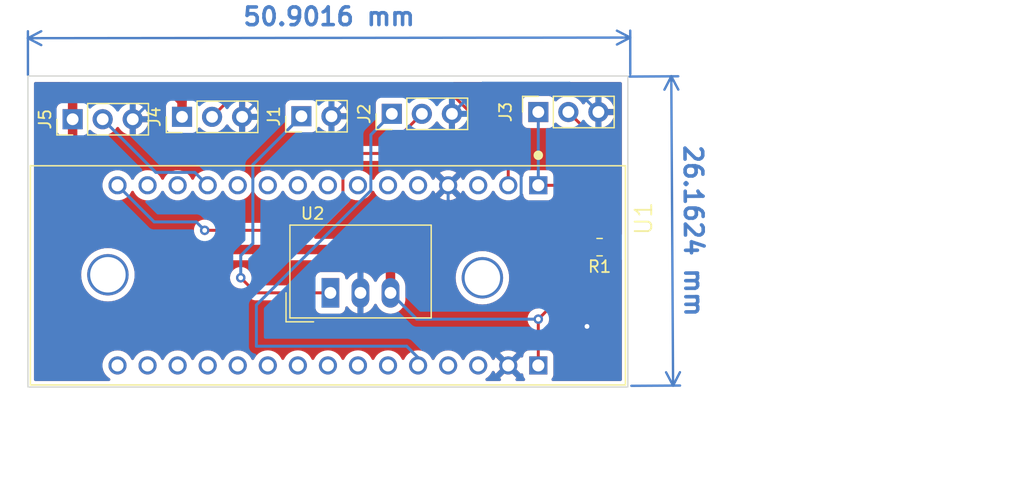
<source format=kicad_pcb>
(kicad_pcb (version 20211014) (generator pcbnew)
  (layers (0 "F.Cu" signal) (31 "B.Cu" signal) (34 "B.Paste" user) (35 "F.Paste" user) (36 "B.SilkS" user "B.Silkscreen") (37 "F.SilkS" user "F.Silkscreen") (38 "B.Mask" user) (39 "F.Mask" user) (44 "Edge.Cuts" user))
  (net 0 "")
  (net 1 "/alimentation_entrée")
  (net 2 "GND")
  (net 3 "/liaison_usart_tx")
  (net 4 "/liaison_usart_rx")
  (net 5 "Net-(J3-Pad1)")
  (net 6 "/alimentation_sortie")
  (net 10 "/PWM_2")
  (net 24 "/PWM_1")
  (footprint "NUCLEO-F303K8:MODULE_NUCLEO-F303K8" (layer "F.Cu") (at 139.7 81.28 -90)
    (fp_text reference "U1" (at -4.81314 -26.68421 90) (layer "F.SilkS") (effects (font (size 1.402378 1.402378))))
    (fp_text value "NUCLEO-F303K8")
    (fp_line (start -9.27 -25.145) (end 9.27 -25.145) (layer "F.SilkS") (width 0.127))
    (fp_line (start 9.27 -25.145) (end 9.27 25.145) (layer "F.SilkS") (width 0.127))
    (fp_line (start -9.27 25.145) (end -9.27 -25.145) (layer "F.SilkS") (width 0.127))
    (fp_line (start 9.27 25.145) (end -9.27 25.145) (layer "F.SilkS") (width 0.127))
    (fp_circle (center -10.16 -17.78) (end -9.96 -17.78) (layer "F.SilkS") (width 0.4) (fill none))
    (pad "3_1" thru_hole rect locked (at -7.62 -17.78 270) (size 1.53 1.53) (drill 1.02) (layers *.Cu *.Mask) (net 5 "Net-(J3-Pad1)"))
    (pad "3_2" thru_hole circle locked (at -7.62 -15.24 270) (size 1.53 1.53) (drill 1.02) (layers *.Cu *.Mask) (net 10 "/PWM_2"))
    (pad "3_3" thru_hole circle locked (at -7.62 -12.7 270) (size 1.53 1.53) (drill 1.02) (layers *.Cu *.Mask))
    (pad "3_4" thru_hole circle locked (at -7.62 -10.16 270) (size 1.53 1.53) (drill 1.02) (layers *.Cu *.Mask) (net 2 "GND"))
    (pad "3_5" thru_hole circle locked (at -7.62 -7.62 270) (size 1.53 1.53) (drill 1.02) (layers *.Cu *.Mask))
    (pad "3_6" thru_hole circle locked (at -7.62 -5.08 270) (size 1.53 1.53) (drill 1.02) (layers *.Cu *.Mask))
    (pad "3_7" thru_hole circle locked (at -7.62 -2.54 270) (size 1.53 1.53) (drill 1.02) (layers *.Cu *.Mask))
    (pad "3_8" thru_hole circle locked (at -7.62 0 270) (size 1.53 1.53) (drill 1.02) (layers *.Cu *.Mask))
    (pad "3_9" thru_hole circle locked (at -7.62 2.54 270) (size 1.53 1.53) (drill 1.02) (layers *.Cu *.Mask))
    (pad "3_10" thru_hole circle locked (at -7.62 5.08 270) (size 1.53 1.53) (drill 1.02) (layers *.Cu *.Mask))
    (pad "3_11" thru_hole circle locked (at -7.62 7.62 270) (size 1.53 1.53) (drill 1.02) (layers *.Cu *.Mask))
    (pad "3_12" thru_hole circle locked (at -7.62 10.16 270) (size 1.53 1.53) (drill 1.02) (layers *.Cu *.Mask) (net 24 "/PWM_1"))
    (pad "3_13" thru_hole circle locked (at -7.62 12.7 270) (size 1.53 1.53) (drill 1.02) (layers *.Cu *.Mask))
    (pad "3_14" thru_hole circle locked (at -7.62 15.24 270) (size 1.53 1.53) (drill 1.02) (layers *.Cu *.Mask))
    (pad "3_15" thru_hole circle locked (at -7.62 17.78 270) (size 1.53 1.53) (drill 1.02) (layers *.Cu *.Mask) (net 4 "/liaison_usart_rx"))
    (pad "4_1" thru_hole rect locked (at 7.62 -17.78 270) (size 1.53 1.53) (drill 1.02) (layers *.Cu *.Mask) (net 6 "/alimentation_sortie"))
    (pad "4_2" thru_hole circle locked (at 7.62 -15.24 270) (size 1.53 1.53) (drill 1.02) (layers *.Cu *.Mask) (net 2 "GND"))
    (pad "4_3" thru_hole circle locked (at 7.62 -12.7 270) (size 1.53 1.53) (drill 1.02) (layers *.Cu *.Mask))
    (pad "4_4" thru_hole circle locked (at 7.62 -10.16 270) (size 1.53 1.53) (drill 1.02) (layers *.Cu *.Mask))
    (pad "4_5" thru_hole circle locked (at 7.62 -7.62 270) (size 1.53 1.53) (drill 1.02) (layers *.Cu *.Mask) (net 3 "/liaison_usart_tx"))
    (pad "4_6" thru_hole circle locked (at 7.62 -5.08 270) (size 1.53 1.53) (drill 1.02) (layers *.Cu *.Mask))
    (pad "4_7" thru_hole circle locked (at 7.62 -2.54 270) (size 1.53 1.53) (drill 1.02) (layers *.Cu *.Mask))
    (pad "4_8" thru_hole circle locked (at 7.62 0 270) (size 1.53 1.53) (drill 1.02) (layers *.Cu *.Mask))
    (pad "4_9" thru_hole circle locked (at 7.62 2.54 270) (size 1.53 1.53) (drill 1.02) (layers *.Cu *.Mask))
    (pad "4_10" thru_hole circle locked (at 7.62 5.08 270) (size 1.53 1.53) (drill 1.02) (layers *.Cu *.Mask))
    (pad "4_11" thru_hole circle locked (at 7.62 7.62 270) (size 1.53 1.53) (drill 1.02) (layers *.Cu *.Mask))
    (pad "4_12" thru_hole circle locked (at 7.62 10.16 270) (size 1.53 1.53) (drill 1.02) (layers *.Cu *.Mask))
    (pad "4_13" thru_hole circle locked (at 7.62 12.7 270) (size 1.53 1.53) (drill 1.02) (layers *.Cu *.Mask))
    (pad "4_14" thru_hole circle locked (at 7.62 15.24 270) (size 1.53 1.53) (drill 1.02) (layers *.Cu *.Mask))
    (pad "4_15" thru_hole circle locked (at 7.62 17.78 270) (size 1.53 1.53) (drill 1.02) (layers *.Cu *.Mask))
  )
  (footprint "Converter_DCDC:Converter_DCDC_TRACO_TSR-1_THT" (layer "F.Cu") (at 139.9091 82.7593)
    (fp_text reference "U2" (at -1.5 -6.71) (layer "F.SilkS"))
    (fp_text value "TSR_1-2490")
    (fp_line (start 8.52 2.12) (end -3.42 2.12) (layer "F.SilkS") (width 0.12))
    (fp_line (start -3.42 -5.73) (end 8.52 -5.73) (layer "F.SilkS") (width 0.12))
    (fp_line (start 8.52 -5.73) (end 8.52 2.12) (layer "F.SilkS") (width 0.12))
    (fp_line (start -3.75 2.45) (end -1.42 2.45) (layer "F.SilkS") (width 0.12))
    (fp_line (start -3.42 2.12) (end -3.42 -5.73) (layer "F.SilkS") (width 0.12))
    (fp_line (start -3.75 0) (end -3.75 2.45) (layer "F.SilkS") (width 0.12))
    (pad "1" thru_hole rect (at 0 0) (size 1.5 2.5) (drill 1) (layers *.Cu *.Mask) (net 1 "/alimentation_entrée"))
    (pad "2" thru_hole oval (at 2.54 0) (size 1.5 2.5) (drill 1) (layers *.Cu *.Mask) (net 2 "GND"))
    (pad "3" thru_hole oval (at 5.08 0) (size 1.5 2.5) (drill 1) (layers *.Cu *.Mask) (net 6 "/alimentation_sortie"))
  )
  (footprint "Resistor_SMD:R_0805_2012Metric" (layer "F.Cu") (at 162.6597 78.8924 180)
    (fp_text reference "R1" (at 0 -1.65) (layer "F.SilkS"))
    (fp_text value "R")
    (fp_line (start -0.227064 0.735) (end 0.227064 0.735) (layer "F.SilkS") (width 0.12))
    (fp_line (start -0.227064 -0.735) (end 0.227064 -0.735) (layer "F.SilkS") (width 0.12))
    (pad "1" smd roundrect (at -0.9125 0 180) (size 1.025 1.4) (layers "F.Cu" "F.Paste" "F.Mask") (roundrect_rratio 0.243902) (net 6 "/alimentation_sortie"))
    (pad "2" smd roundrect (at 0.9125 0 180) (size 1.025 1.4) (layers "F.Cu" "F.Paste" "F.Mask") (roundrect_rratio 0.243902) (net 5 "Net-(J3-Pad1)"))
  )
  (footprint "Connector_PinHeader_2.54mm:PinHeader_1x03_P2.54mm_Vertical" (layer "F.Cu") (at 145.0998 67.6148 90)
    (fp_text reference "J2" (at 0 -2.33 90) (layer "F.SilkS"))
    (fp_text value "Conn_01x03_Male")
    (fp_line (start -1.33 1.27) (end 1.33 1.27) (layer "F.SilkS") (width 0.12))
    (fp_line (start -1.33 0) (end -1.33 -1.33) (layer "F.SilkS") (width 0.12))
    (fp_line (start 1.33 1.27) (end 1.33 6.41) (layer "F.SilkS") (width 0.12))
    (fp_line (start -1.33 1.27) (end -1.33 6.41) (layer "F.SilkS") (width 0.12))
    (fp_line (start -1.33 -1.33) (end 0 -1.33) (layer "F.SilkS") (width 0.12))
    (fp_line (start -1.33 6.41) (end 1.33 6.41) (layer "F.SilkS") (width 0.12))
    (pad "1" thru_hole rect (at 0 0 90) (size 1.7 1.7) (drill 1) (layers *.Cu *.Mask) (net 3 "/liaison_usart_tx"))
    (pad "2" thru_hole oval (at 0 2.54 90) (size 1.7 1.7) (drill 1) (layers *.Cu *.Mask) (net 4 "/liaison_usart_rx"))
    (pad "3" thru_hole oval (at 0 5.08 90) (size 1.7 1.7) (drill 1) (layers *.Cu *.Mask) (net 2 "GND"))
  )
  (footprint "Connector_PinSocket_2.54mm:PinSocket_1x03_P2.54mm_Vertical" (layer "F.Cu") (at 157.48 67.4624 90)
    (fp_text reference "J3" (at 0 -2.77 90) (layer "F.SilkS"))
    (fp_text value "Conn_01x03_Female")
    (fp_line (start -1.33 1.27) (end 1.33 1.27) (layer "F.SilkS") (width 0.12))
    (fp_line (start 1.33 -1.33) (end 1.33 0) (layer "F.SilkS") (width 0.12))
    (fp_line (start -1.33 6.41) (end 1.33 6.41) (layer "F.SilkS") (width 0.12))
    (fp_line (start -1.33 1.27) (end -1.33 6.41) (layer "F.SilkS") (width 0.12))
    (fp_line (start 1.33 1.27) (end 1.33 6.41) (layer "F.SilkS") (width 0.12))
    (fp_line (start 0 -1.33) (end 1.33 -1.33) (layer "F.SilkS") (width 0.12))
    (pad "1" thru_hole rect (at 0 0 90) (size 1.7 1.7) (drill 1) (layers *.Cu *.Mask) (net 5 "Net-(J3-Pad1)"))
    (pad "2" thru_hole oval (at 0 2.54 90) (size 1.7 1.7) (drill 1) (layers *.Cu *.Mask) (net 6 "/alimentation_sortie"))
    (pad "3" thru_hole oval (at 0 5.08 90) (size 1.7 1.7) (drill 1) (layers *.Cu *.Mask) (net 2 "GND"))
  )
  (footprint "Connector_PinHeader_2.54mm:PinHeader_1x02_P2.54mm_Vertical" (layer "F.Cu") (at 137.4598 67.818 90)
    (fp_text reference "J1" (at 0 -2.33 90) (layer "F.SilkS"))
    (fp_text value "Conn_01x02_Male")
    (fp_line (start -1.33 0) (end -1.33 -1.33) (layer "F.SilkS") (width 0.12))
    (fp_line (start -1.33 3.87) (end 1.33 3.87) (layer "F.SilkS") (width 0.12))
    (fp_line (start -1.33 -1.33) (end 0 -1.33) (layer "F.SilkS") (width 0.12))
    (fp_line (start 1.33 1.27) (end 1.33 3.87) (layer "F.SilkS") (width 0.12))
    (fp_line (start -1.33 1.27) (end -1.33 3.87) (layer "F.SilkS") (width 0.12))
    (fp_line (start -1.33 1.27) (end 1.33 1.27) (layer "F.SilkS") (width 0.12))
    (pad "1" thru_hole rect (at 0 0 90) (size 1.7 1.7) (drill 1) (layers *.Cu *.Mask) (net 1 "/alimentation_entrée"))
    (pad "2" thru_hole oval (at 0 2.54 90) (size 1.7 1.7) (drill 1) (layers *.Cu *.Mask) (net 2 "GND"))
  )
  (footprint "Connector_PinHeader_2.54mm:PinHeader_1x03_P2.54mm_Vertical" (layer "F.Cu") (at 118.125 68.072 90)
    (fp_text reference "J5" (at 0 -2.33 90) (layer "F.SilkS"))
    (fp_text value "Conn_01x03_Male")
    (fp_line (start -1.33 6.41) (end 1.33 6.41) (layer "F.SilkS") (width 0.12))
    (fp_line (start -1.33 1.27) (end 1.33 1.27) (layer "F.SilkS") (width 0.12))
    (fp_line (start -1.33 0) (end -1.33 -1.33) (layer "F.SilkS") (width 0.12))
    (fp_line (start -1.33 1.27) (end -1.33 6.41) (layer "F.SilkS") (width 0.12))
    (fp_line (start 1.33 1.27) (end 1.33 6.41) (layer "F.SilkS") (width 0.12))
    (fp_line (start -1.33 -1.33) (end 0 -1.33) (layer "F.SilkS") (width 0.12))
    (pad "1" thru_hole rect (at 0 0 90) (size 1.7 1.7) (drill 1) (layers *.Cu *.Mask) (net 6 "/alimentation_sortie"))
    (pad "2" thru_hole oval (at 0 2.54 90) (size 1.7 1.7) (drill 1) (layers *.Cu *.Mask) (net 24 "/PWM_1"))
    (pad "3" thru_hole oval (at 0 5.08 90) (size 1.7 1.7) (drill 1) (layers *.Cu *.Mask) (net 2 "GND"))
  )
  (footprint "Connector_PinHeader_2.54mm:PinHeader_1x03_P2.54mm_Vertical" (layer "F.Cu") (at 127.3706 67.8688 90)
    (fp_text reference "J4" (at 0 -2.33 90) (layer "F.SilkS"))
    (fp_text value "Conn_01x03_Male")
    (fp_line (start -1.33 1.27) (end 1.33 1.27) (layer "F.SilkS") (width 0.12))
    (fp_line (start -1.33 0) (end -1.33 -1.33) (layer "F.SilkS") (width 0.12))
    (fp_line (start -1.33 6.41) (end 1.33 6.41) (layer "F.SilkS") (width 0.12))
    (fp_line (start -1.33 1.27) (end -1.33 6.41) (layer "F.SilkS") (width 0.12))
    (fp_line (start -1.33 -1.33) (end 0 -1.33) (layer "F.SilkS") (width 0.12))
    (fp_line (start 1.33 1.27) (end 1.33 6.41) (layer "F.SilkS") (width 0.12))
    (pad "1" thru_hole rect (at 0 0 90) (size 1.7 1.7) (drill 1) (layers *.Cu *.Mask) (net 6 "/alimentation_sortie"))
    (pad "2" thru_hole oval (at 0 2.54 90) (size 1.7 1.7) (drill 1) (layers *.Cu *.Mask) (net 10 "/PWM_2"))
    (pad "3" thru_hole oval (at 0 5.08 90) (size 1.7 1.7) (drill 1) (layers *.Cu *.Mask) (net 2 "GND"))
  )
  (gr_rect (start 114.3508 64.4144) (end 165.0492 90.7288) (layer "Edge.Cuts") (width 0.1) (fill none))
  (dimension (type aligned) (layer "B.Cu") (pts (xy 165.2524 64.77) (xy 114.3508 64.8208)) (height 3.606595) (gr_text "50,9016 mm" (at 139.796205 59.388808 0.0571813977) (layer "B.Cu") (effects (font (size 1.5 1.5) (thickness 0.3)))) (format (units 3) (units_format 1) (precision 4)) (style (thickness 0.2) (arrow_length 1.27) (text_position_mode 0) (extension_height 0.58642) (extension_offset 0.5) keep_text_aligned))
  (dimension (type aligned) (layer "B.Cu") (pts (xy 164.6936 64.4652) (xy 164.846 90.6272)) (height -4.025264) (gr_text "26,1624 mm" (at 170.594965 77.512267 270.333758) (layer "B.Cu") (effects (font (size 1.5 1.5) (thickness 0.3)))) (format (units 3) (units_format 1) (precision 4)) (style (thickness 0.2) (arrow_length 1.27) (text_position_mode 0) (extension_height 0.58642) (extension_offset 0.5) keep_text_aligned))
  (via (at 152.7556 81.4832) (size 3.5) (drill 3) (layers "F.Cu" "B.Cu") (net 0))
  (via (at 121.1072 81.2292) (size 3.5) (drill 3) (layers "F.Cu" "B.Cu") (net 0))
  (segment (start 133.6101 82.7593) (end 139.9091 82.7593) (width 0.25) (layer "F.Cu") (net 1))
  (segment (start 132.334 81.4832) (end 133.6101 82.7593) (width 0.25) (layer "F.Cu") (net 1))
  (via (at 132.334 81.4832) (size 0.8) (drill 0.4) (layers "F.Cu" "B.Cu") (net 1))
  (segment (start 133.3572 71.9206) (end 137.4598 67.818) (width 0.25) (layer "B.Cu") (net 1))
  (segment (start 132.334 81.4832) (end 132.334 79.6036) (width 0.25) (layer "B.Cu") (net 1))
  (segment (start 133.3572 78.5804) (end 133.3572 71.9206) (width 0.25) (layer "B.Cu") (net 1))
  (segment (start 132.334 79.6036) (end 133.3572 78.5804) (width 0.25) (layer "B.Cu") (net 1))
  (via (at 161.5948 85.598) (size 0.8) (drill 0.4) (layers "F.Cu" "B.Cu") (net 2))
  (segment (start 132.4506 67.8688) (end 135.1609 65.1585) (width 0.25) (layer "B.Cu") (net 2))
  (segment (start 142.6593 65.1585) (end 142.9691 65.1585) (width 0.25) (layer "B.Cu") (net 2))
  (segment (start 142.4491 82.7593) (end 142.4491 78.8357) (width 0.25) (layer "B.Cu") (net 2))
  (segment (start 123.205 68.072) (end 126.1185 65.1585) (width 0.25) (layer "B.Cu") (net 2))
  (segment (start 156.03 71.2448) (end 156.03 74.8052) (width 0.25) (layer "B.Cu") (net 2))
  (segment (start 162.56 67.4624) (end 160.1216 65.024) (width 0.25) (layer "B.Cu") (net 2))
  (segment (start 152.6361 65.1585) (end 150.1798 67.6148) (width 0.25) (layer "B.Cu") (net 2))
  (segment (start 154.94 88.9) (end 162.56 81.28) (width 0.25) (layer "B.Cu") (net 2))
  (segment (start 139.9998 67.818) (end 142.6593 65.1585) (width 0.25) (layer "B.Cu") (net 2))
  (segment (start 150.4188 75.4888) (end 149.86 74.93) (width 0.25) (layer "B.Cu") (net 2))
  (segment (start 149.86 74.93) (end 149.86 73.66) (width 0.25) (layer "B.Cu") (net 2))
  (segment (start 145.796 75.4888) (end 150.4188 75.4888) (width 0.25) (layer "B.Cu") (net 2))
  (segment (start 150.1798 67.6148) (end 152.4 67.6148) (width 0.25) (layer "B.Cu") (net 2))
  (segment (start 142.9691 65.1585) (end 152.6361 65.1585) (width 0.25) (layer "B.Cu") (net 2))
  (segment (start 160.1216 65.024) (end 152.7706 65.024) (width 0.25) (layer "B.Cu") (net 2))
  (segment (start 162.56 81.28) (end 162.56 67.4624) (width 0.25) (layer "B.Cu") (net 2))
  (segment (start 152.4 67.6148) (end 156.03 71.2448) (width 0.25) (layer "B.Cu") (net 2))
  (segment (start 152.7706 65.024) (end 152.6361 65.1585) (width 0.25) (layer "B.Cu") (net 2))
  (segment (start 156.03 74.8052) (end 155.0416 75.7936) (width 0.25) (layer "B.Cu") (net 2))
  (segment (start 135.1609 65.1585) (end 142.9691 65.1585) (width 0.25) (layer "B.Cu") (net 2))
  (segment (start 155.0416 75.7936) (end 150.7236 75.7936) (width 0.25) (layer "B.Cu") (net 2))
  (segment (start 150.7236 75.7936) (end 150.4188 75.4888) (width 0.25) (layer "B.Cu") (net 2))
  (segment (start 126.1185 65.1585) (end 135.1609 65.1585) (width 0.25) (layer "B.Cu") (net 2))
  (segment (start 142.4491 78.8357) (end 145.796 75.4888) (width 0.25) (layer "B.Cu") (net 2))
  (segment (start 133.6548 83.786693) (end 143.33 74.111493) (width 0.25) (layer "B.Cu") (net 3))
  (segment (start 146.3548 87.2744) (end 133.6548 87.2744) (width 0.25) (layer "B.Cu") (net 3))
  (segment (start 147.32 88.2396) (end 146.3548 87.2744) (width 0.25) (layer "B.Cu") (net 3))
  (segment (start 147.32 88.9) (end 147.32 88.2396) (width 0.25) (layer "B.Cu") (net 3))
  (segment (start 133.6548 87.2744) (end 133.6548 83.786693) (width 0.25) (layer "B.Cu") (net 3))
  (segment (start 143.33 74.111493) (end 143.33 69.3846) (width 0.25) (layer "B.Cu") (net 3))
  (segment (start 143.33 69.3846) (end 145.0998 67.6148) (width 0.25) (layer "B.Cu") (net 3))
  (segment (start 129.286 77.47) (end 138.176 77.47) (width 0.25) (layer "F.Cu") (net 4))
  (segment (start 140.97 71.9836) (end 141.986 70.9676) (width 0.25) (layer "F.Cu") (net 4))
  (segment (start 144.287 70.9676) (end 147.6398 67.6148) (width 0.25) (layer "F.Cu") (net 4))
  (segment (start 138.176 77.47) (end 140.97 74.676) (width 0.25) (layer "F.Cu") (net 4))
  (segment (start 140.97 74.676) (end 140.97 71.9836) (width 0.25) (layer "F.Cu") (net 4))
  (segment (start 141.986 70.9676) (end 144.287 70.9676) (width 0.25) (layer "F.Cu") (net 4))
  (via (at 129.286 77.47) (size 0.8) (drill 0.4) (layers "F.Cu" "B.Cu") (net 4))
  (segment (start 128.5748 76.7588) (end 125.0188 76.7588) (width 0.25) (layer "B.Cu") (net 4))
  (segment (start 125.0188 76.7588) (end 121.92 73.66) (width 0.25) (layer "B.Cu") (net 4))
  (segment (start 129.286 77.47) (end 128.5748 76.7588) (width 0.25) (layer "B.Cu") (net 4))
  (segment (start 161.7472 75.7428) (end 159.6644 73.66) (width 0.25) (layer "F.Cu") (net 5))
  (segment (start 161.7472 78.8924) (end 161.7472 75.7428) (width 0.25) (layer "F.Cu") (net 5))
  (segment (start 159.6644 73.66) (end 157.48 73.66) (width 0.25) (layer "F.Cu") (net 5))
  (segment (start 157.48 73.66) (end 157.48 67.4624) (width 0.25) (layer "B.Cu") (net 5))
  (segment (start 144.9891 82.7593) (end 144.9891 80.6763) (width 0.8) (layer "F.Cu") (net 6))
  (segment (start 118.125 66.2282) (end 118.7704 65.5828) (width 0.8) (layer "F.Cu") (net 6))
  (segment (start 157.48 84.9846) (end 157.48 88.9) (width 0.25) (layer "F.Cu") (net 6))
  (segment (start 118.125 73.6242) (end 118.125 68.072) (width 0.8) (layer "F.Cu") (net 6))
  (segment (start 163.5722 78.8924) (end 157.48 84.9846) (width 0.25) (layer "F.Cu") (net 6))
  (segment (start 118.7704 65.5828) (end 126.3904 65.5828) (width 0.8) (layer "F.Cu") (net 6))
  (segment (start 144.9891 80.6763) (end 143.4084 79.0956) (width 0.8) (layer "F.Cu") (net 6))
  (segment (start 118.125 68.072) (end 118.125 66.2282) (width 0.8) (layer "F.Cu") (net 6))
  (segment (start 127.3706 66.563) (end 127.3706 67.8688) (width 0.8) (layer "F.Cu") (net 6))
  (segment (start 143.4084 79.0956) (end 123.5964 79.0956) (width 0.8) (layer "F.Cu") (net 6))
  (segment (start 163.5722 78.8924) (end 163.5722 71.0146) (width 0.25) (layer "F.Cu") (net 6))
  (segment (start 123.5964 79.0956) (end 118.125 73.6242) (width 0.8) (layer "F.Cu") (net 6))
  (segment (start 126.3904 65.5828) (end 127.3706 66.563) (width 0.8) (layer "F.Cu") (net 6))
  (segment (start 163.5722 71.0146) (end 160.02 67.4624) (width 0.25) (layer "F.Cu") (net 6))
  (via (at 157.48 84.9846) (size 0.8) (drill 0.4) (layers "F.Cu" "B.Cu") (net 6))
  (segment (start 147.2144 84.9846) (end 157.48 84.9846) (width 0.25) (layer "B.Cu") (net 6))
  (segment (start 144.9891 82.7593) (end 147.2144 84.9846) (width 0.25) (layer "B.Cu") (net 6))
  (segment (start 132.1966 65.5828) (end 133.1976 65.5828) (width 0.25) (layer "F.Cu") (net 10))
  (segment (start 154.94 70.713299) (end 149.809501 65.5828) (width 0.25) (layer "F.Cu") (net 10))
  (segment (start 154.94 73.66) (end 154.94 70.713299) (width 0.25) (layer "F.Cu") (net 10))
  (segment (start 129.9106 67.8688) (end 132.1966 65.5828) (width 0.25) (layer "F.Cu") (net 10))
  (segment (start 149.809501 65.5828) (end 133.1976 65.5828) (width 0.25) (layer "F.Cu") (net 10))
  (segment (start 120.665 68.072) (end 125.163 72.57) (width 0.25) (layer "B.Cu") (net 24))
  (segment (start 128.45 72.57) (end 129.54 73.66) (width 0.25) (layer "B.Cu") (net 24))
  (segment (start 125.163 72.57) (end 128.45 72.57) (width 0.25) (layer "B.Cu") (net 24))
  (zone (net 2) (net_name "GND") (layers F&B.Cu) (connect_pads (clearance 0.508)) (min_thickness 0.254) (fill yes (thermal_gap 0.508) (thermal_bridge_width 0.508))
    (polygon (pts (xy 165.0492 90.7796) (xy 114.3508 90.7288) (xy 114.3508 64.4144) (xy 165.0492 64.4144)))
  )
)
</source>
